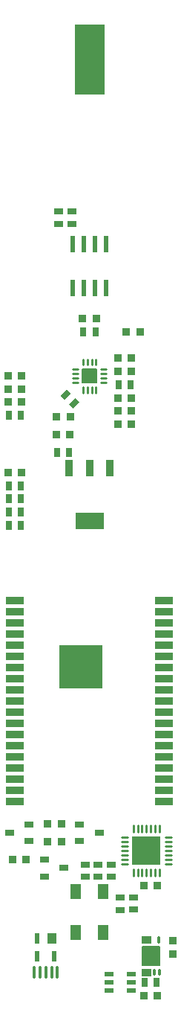
<source format=gbr>
G04 EAGLE Gerber RS-274X export*
G75*
%MOMM*%
%FSLAX34Y34*%
%LPD*%
%INSolderpaste Top*%
%IPPOS*%
%AMOC8*
5,1,8,0,0,1.08239X$1,22.5*%
G01*
%ADD10R,0.979100X0.657400*%
%ADD11R,0.657400X0.979100*%
%ADD12R,1.092400X0.771800*%
%ADD13R,0.869700X0.929100*%
%ADD14R,2.000000X0.900000*%
%ADD15R,5.000000X5.000000*%
%ADD16R,0.589200X1.968500*%
%ADD17C,0.270000*%
%ADD18R,3.200000X3.200000*%
%ADD19R,3.500000X8.000000*%
%ADD20R,1.300000X1.800000*%
%ADD21R,0.933900X1.965100*%
%ADD22R,3.233900X1.965100*%
%ADD23C,0.350000*%
%ADD24C,0.330000*%
%ADD25R,0.991500X1.298200*%
%ADD26R,0.589100X1.298200*%
%ADD27C,0.168000*%
%ADD28C,0.064000*%
%ADD29C,0.320000*%
%ADD30R,0.929100X0.869700*%
%ADD31C,0.280000*%
%ADD32C,0.134400*%
%ADD33R,1.121000X0.599200*%


D10*
X135000Y150037D03*
X135000Y163963D03*
D11*
X18037Y550000D03*
X31963Y550000D03*
X31963Y595000D03*
X18037Y595000D03*
D12*
X41125Y190500D03*
X41125Y209500D03*
X18875Y200000D03*
X98875Y209500D03*
X98875Y190500D03*
X121125Y200000D03*
D13*
X17203Y610000D03*
X32797Y610000D03*
X77797Y190000D03*
X62203Y190000D03*
X62203Y210000D03*
X77797Y210000D03*
D14*
X25000Y464300D03*
X25000Y451600D03*
X25000Y438900D03*
X25000Y426200D03*
X25000Y413500D03*
X25000Y400800D03*
X25000Y388100D03*
X25000Y375400D03*
X25000Y362700D03*
X25000Y350000D03*
X25000Y337300D03*
X25000Y324600D03*
X25000Y311900D03*
X25000Y299200D03*
X25000Y286500D03*
X25000Y273800D03*
X25000Y261100D03*
X25000Y248400D03*
X25000Y235700D03*
X195000Y235700D03*
X195000Y248400D03*
X195000Y261100D03*
X195000Y273800D03*
X195000Y286500D03*
X195000Y299200D03*
X195000Y311900D03*
X195000Y324600D03*
X195000Y337300D03*
X195000Y350000D03*
X195000Y362700D03*
X195000Y375400D03*
X195000Y388100D03*
X195000Y400800D03*
X195000Y413500D03*
X195000Y426200D03*
X195000Y438900D03*
X195000Y451600D03*
X195000Y464300D03*
D15*
X100000Y389300D03*
D16*
X90950Y820266D03*
X103650Y820266D03*
X116350Y820266D03*
X129050Y820266D03*
X129050Y869734D03*
X116350Y869734D03*
X103650Y869734D03*
X90950Y869734D03*
D17*
X146350Y195000D02*
X153650Y195000D01*
X153650Y190000D02*
X146350Y190000D01*
X146350Y185000D02*
X153650Y185000D01*
X153650Y180000D02*
X146350Y180000D01*
X146350Y175000D02*
X153650Y175000D01*
X153650Y170000D02*
X146350Y170000D01*
X146350Y165000D02*
X153650Y165000D01*
X160000Y158650D02*
X160000Y151350D01*
X165000Y151350D02*
X165000Y158650D01*
X170000Y158650D02*
X170000Y151350D01*
X175000Y151350D02*
X175000Y158650D01*
X180000Y158650D02*
X180000Y151350D01*
X185000Y151350D02*
X185000Y158650D01*
X190000Y158650D02*
X190000Y151350D01*
X196350Y165000D02*
X203650Y165000D01*
X203650Y170000D02*
X196350Y170000D01*
X196350Y175000D02*
X203650Y175000D01*
X203650Y180000D02*
X196350Y180000D01*
X196350Y185000D02*
X203650Y185000D01*
X203650Y190000D02*
X196350Y190000D01*
X196350Y195000D02*
X203650Y195000D01*
X190000Y201350D02*
X190000Y208650D01*
X185000Y208650D02*
X185000Y201350D01*
X180000Y201350D02*
X180000Y208650D01*
X175000Y208650D02*
X175000Y201350D01*
X170000Y201350D02*
X170000Y208650D01*
X165000Y208650D02*
X165000Y201350D01*
X160000Y201350D02*
X160000Y208650D01*
D18*
X175000Y180000D03*
D19*
X110000Y1080000D03*
D13*
X187797Y140000D03*
X172203Y140000D03*
D10*
X120000Y150037D03*
X120000Y163963D03*
X90000Y893037D03*
X90000Y906963D03*
D20*
X94000Y87000D03*
X126000Y87000D03*
X126000Y133000D03*
X94000Y133000D03*
D12*
X58875Y169500D03*
X58875Y150500D03*
X81125Y160000D03*
D13*
X37797Y170000D03*
X22203Y170000D03*
D11*
X18037Y580000D03*
X31963Y580000D03*
X73037Y633000D03*
X86963Y633000D03*
X18037Y565000D03*
X31963Y565000D03*
D21*
X133000Y615226D03*
X110000Y615226D03*
X87000Y615226D03*
D22*
X110000Y554774D03*
D10*
X105000Y150037D03*
X105000Y163963D03*
D23*
X46500Y47250D02*
X46500Y35750D01*
D24*
X53500Y35650D02*
X53500Y47350D01*
X60000Y47350D02*
X60000Y35650D01*
D23*
X67000Y35750D02*
X67000Y47250D01*
X73000Y47250D02*
X73000Y35750D01*
D25*
X67588Y80266D03*
D26*
X50400Y80266D03*
X50400Y59734D03*
X69600Y59734D03*
D13*
X32797Y690000D03*
X17203Y690000D03*
D11*
X18037Y675000D03*
X31963Y675000D03*
D13*
X17203Y705000D03*
X32797Y705000D03*
X17203Y720000D03*
X32797Y720000D03*
D27*
X170340Y70660D02*
X170340Y49340D01*
X170340Y70660D02*
X189660Y70660D01*
X189660Y49340D01*
X170340Y49340D01*
X170340Y50936D02*
X189660Y50936D01*
X189660Y52532D02*
X170340Y52532D01*
X170340Y54128D02*
X189660Y54128D01*
X189660Y55724D02*
X170340Y55724D01*
X170340Y57320D02*
X189660Y57320D01*
X189660Y58916D02*
X170340Y58916D01*
X170340Y60512D02*
X189660Y60512D01*
X189660Y62108D02*
X170340Y62108D01*
X170340Y63704D02*
X189660Y63704D01*
X189660Y65300D02*
X170340Y65300D01*
X170340Y66896D02*
X189660Y66896D01*
X189660Y68492D02*
X170340Y68492D01*
X170340Y70088D02*
X189660Y70088D01*
D28*
X179680Y45180D02*
X169320Y45180D01*
X179680Y45180D02*
X179680Y37820D01*
X169320Y37820D01*
X169320Y45180D01*
X169320Y38428D02*
X179680Y38428D01*
X179680Y39036D02*
X169320Y39036D01*
X169320Y39644D02*
X179680Y39644D01*
X179680Y40252D02*
X169320Y40252D01*
X169320Y40860D02*
X179680Y40860D01*
X179680Y41468D02*
X169320Y41468D01*
X169320Y42076D02*
X179680Y42076D01*
X179680Y42684D02*
X169320Y42684D01*
X169320Y43292D02*
X179680Y43292D01*
X179680Y43900D02*
X169320Y43900D01*
X169320Y44508D02*
X179680Y44508D01*
X179680Y45116D02*
X169320Y45116D01*
D29*
X183800Y43900D02*
X183800Y39100D01*
X189700Y39100D02*
X189700Y43900D01*
D28*
X179680Y82180D02*
X169320Y82180D01*
X179680Y82180D02*
X179680Y74820D01*
X169320Y74820D01*
X169320Y82180D01*
X169320Y75428D02*
X179680Y75428D01*
X179680Y76036D02*
X169320Y76036D01*
X169320Y76644D02*
X179680Y76644D01*
X179680Y77252D02*
X169320Y77252D01*
X169320Y77860D02*
X179680Y77860D01*
X179680Y78468D02*
X169320Y78468D01*
X169320Y79076D02*
X179680Y79076D01*
X179680Y79684D02*
X169320Y79684D01*
X169320Y80292D02*
X179680Y80292D01*
X179680Y80900D02*
X169320Y80900D01*
X169320Y81508D02*
X179680Y81508D01*
X179680Y82116D02*
X169320Y82116D01*
D29*
X189500Y80900D02*
X189500Y76100D01*
D11*
X173037Y30000D03*
X186963Y30000D03*
D13*
X187797Y15000D03*
X172203Y15000D03*
D30*
X205500Y62203D03*
X205500Y77797D03*
D10*
X145000Y112537D03*
X145000Y126463D03*
D31*
X117500Y732900D02*
X117500Y739100D01*
X112500Y739100D02*
X112500Y732900D01*
X107500Y732900D02*
X107500Y739100D01*
X102500Y739100D02*
X102500Y732900D01*
X97100Y727500D02*
X90900Y727500D01*
X90900Y722500D02*
X97100Y722500D01*
X97100Y717500D02*
X90900Y717500D01*
X90900Y712500D02*
X97100Y712500D01*
X102500Y707100D02*
X102500Y700900D01*
X107500Y700900D02*
X107500Y707100D01*
X112500Y707100D02*
X112500Y700900D01*
X117500Y700900D02*
X117500Y707100D01*
X122900Y712500D02*
X129100Y712500D01*
X129100Y717500D02*
X122900Y717500D01*
X122900Y722500D02*
X129100Y722500D01*
X129100Y727500D02*
X122900Y727500D01*
D32*
X102272Y727728D02*
X102272Y712272D01*
X102272Y727728D02*
X117728Y727728D01*
X117728Y712272D01*
X102272Y712272D01*
X102272Y713549D02*
X117728Y713549D01*
X117728Y714826D02*
X102272Y714826D01*
X102272Y716103D02*
X117728Y716103D01*
X117728Y717380D02*
X102272Y717380D01*
X102272Y718657D02*
X117728Y718657D01*
X117728Y719934D02*
X102272Y719934D01*
X102272Y721211D02*
X117728Y721211D01*
X117728Y722488D02*
X102272Y722488D01*
X102272Y723765D02*
X117728Y723765D01*
X117728Y725042D02*
X102272Y725042D01*
X102272Y726319D02*
X117728Y726319D01*
X117728Y727596D02*
X102272Y727596D01*
D11*
X116963Y770000D03*
X103037Y770000D03*
D13*
X142203Y725000D03*
X157797Y725000D03*
X142203Y740000D03*
X157797Y740000D03*
D11*
X143037Y710000D03*
X156963Y710000D03*
D13*
X72203Y653000D03*
X87797Y653000D03*
X72503Y673100D03*
X88097Y673100D03*
X142203Y665000D03*
X157797Y665000D03*
X157797Y695000D03*
X142203Y695000D03*
X157797Y680000D03*
X142203Y680000D03*
D10*
X75000Y893037D03*
X75000Y906963D03*
D13*
X117797Y785000D03*
X102203Y785000D03*
X167797Y770000D03*
X152203Y770000D03*
D33*
X132028Y39500D03*
X132028Y30000D03*
X132028Y20500D03*
X157972Y20500D03*
X157972Y30000D03*
X157972Y39500D03*
D11*
G36*
X81439Y692939D02*
X76791Y697587D01*
X83713Y704509D01*
X88361Y699861D01*
X81439Y692939D01*
G37*
G36*
X91287Y683091D02*
X86639Y687739D01*
X93561Y694661D01*
X98209Y690013D01*
X91287Y683091D01*
G37*
D10*
X160000Y113037D03*
X160000Y126963D03*
M02*

</source>
